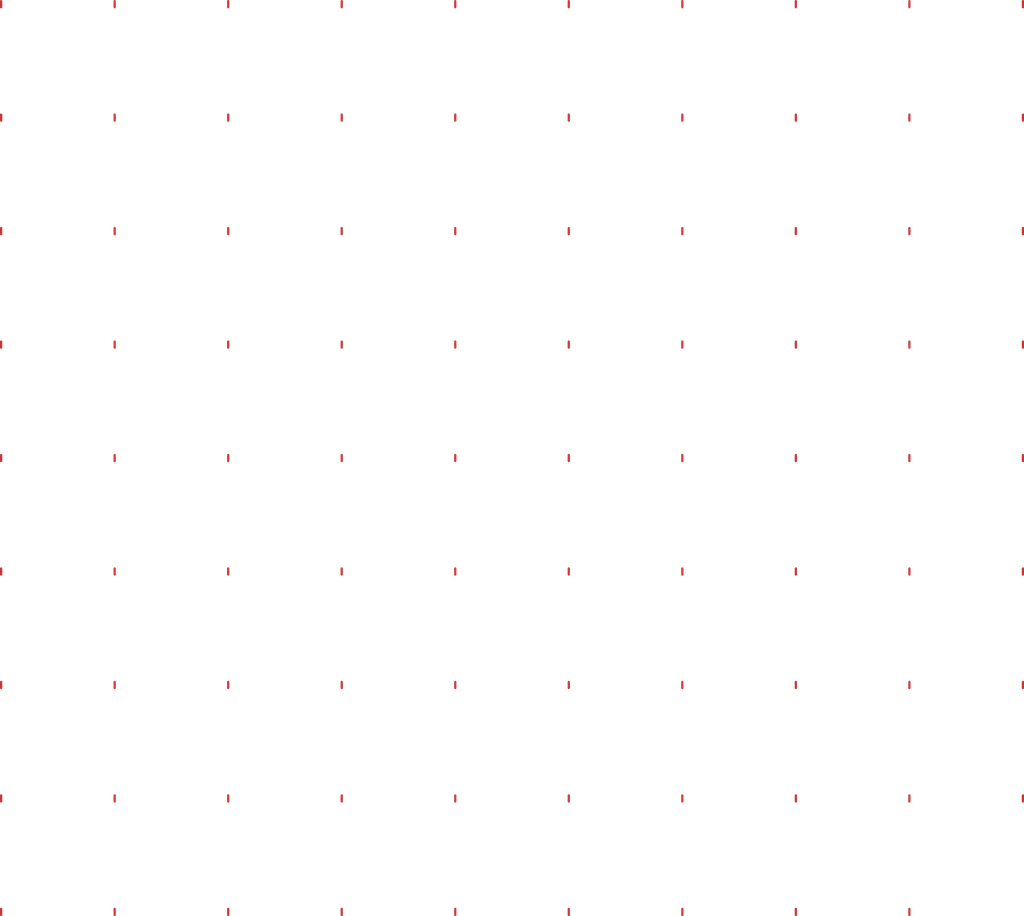
<source format=kicad_pcb>
  (kicad_pcb (version 4) (host pcbnew "(2014-07-21 BZR 5016)-product")

  (general
    (links 0)
    (no_connects 0)
    (area 0 0 0 0)
    (thickness 1.6)
    (drawings 1)
    (tracks 0)
    (zones 0)
    (modules 42)
    (nets 2)
  )

  (page A4)
  (layers
    (0 F.Cu signal)
	(1 In1.Cu signal)
    (2 In2.Cu power)
    (3 In3.Cu power)
    (4 In4.Cu signal)
    (5 In5.Cu signal)
    (6 In6.Cu signal)
    (7 In7.Cu signal)
    (8 In8.Cu signal)
    (31 B.Cu signal)
    (32 B.Adhes user)
    (33 F.Adhes user)
    (34 B.Paste user)
    (35 F.Paste user)
    (36 B.SilkS user)
    (37 F.SilkS user)
    (38 B.Mask user)
    (39 F.Mask user)
    (40 Dwgs.User user)
    (41 Cmts.User user)
    (42 Eco1.User user)
    (43 Eco2.User user)
    (44 Edge.Cuts user)
    (45 Margin user)
    (46 B.CrtYd user)
    (47 F.CrtYd user)
    (48 B.Fab user)
    (49 F.Fab user)

  )

  (setup
    (last_trace_width 0.254)
    (trace_clearance 0.127)
    (zone_clearance 0.0144)
    (zone_45_only no)
    (trace_min 0.254)
    (segment_width 0.2)
    (edge_width 0.1)
    (via_size 0.889)
    (via_drill 0.635)
    (via_min_size 0.889)
    (via_min_drill 0.508)
    (uvia_size 0.508)
    (uvia_drill 0.127)
    (uvias_allowed no)
    (uvia_min_size 0.508)
    (uvia_min_drill 0.127)
    (pcb_text_width 0.3)
    (pcb_text_size 1.5 1.5)
    (mod_edge_width 0.15)
    (mod_text_size 1 1)
    (mod_text_width 0.15)
    (pad_size 1.5 1.5)
    (pad_drill 0.6)
    (pad_to_mask_clearance 0)
    (aux_axis_origin 0 0)
    (visible_elements 7FFFF77F)
    (pcbplotparams
      (layerselection 262143)
      (usegerberextensions false)
      (excludeedgelayer true)
      (linewidth 0.100000)
      (plotframeref false)
      (viasonmask false)
      (mode 1)
      (useauxorigin false)
      (hpglpennumber 1)
      (hpglpenspeed 20)
      (hpglpendiameter 15)
      (hpglpenoverlay 2)
      (psnegative false)
      (psa4output false)
      (plotreference true)
      (plotvalue true)
      (plotinvisibletext false)
      (padsonsilk false)
      (subtractmaskfromsilk false)
      (outputformat 1)
      (mirror false)
      (drillshape 0)
      (scaleselection 1)
      (outputdirectory "GerberOutput/"))
  )

  (net 0 "")
  (net 1 "Net1")
  
  (net_class Default "This is the default net class."
    (clearance 0.254)
    (trace_width 0.254)
    (via_dia 0.889)
    (via_drill 0.635)
    (uvia_dia 0.508)
    (uvia_drill 0.127)
	(add_net Net1)
  )
  (module A0 (layer F.Cu) (tedit 4289BEAB) (tstamp 539EEDBF)
    (at 30 30)
    (path /539EEC0F)
    (attr smd)
	(model "./wrlshp/02BFF197-BA6F.wrl"
      (at (xyz 0 0 0))
      (scale (xyz 1 1 1))
      (rotate (xyz 0 0 0))
    )
    (pad "1" smd oval (at 0.0 0.0) (size 0.60000 2.20000) 
      (layers F.Cu F.Mask F.Paste)
    )
  )
  (module A1 (layer F.Cu) (tedit 4289BEAB) (tstamp 539EEDBF)
    (at 60 30)
    (path /539EEC0F)
    (attr smd)
	(model "./wrlshp/03E886D4-00F2.wrl"
      (at (xyz 0 0 0))
      (scale (xyz 1 1 1))
      (rotate (xyz 0 0 0))
    )
    (pad "1" smd oval (at 0.0 0.0) (size 0.60000 2.20000) 
      (layers F.Cu F.Mask F.Paste)
    )
  )
  (module A2 (layer F.Cu) (tedit 4289BEAB) (tstamp 539EEDBF)
    (at 90 30)
    (path /539EEC0F)
    (attr smd)
	(model "./wrlshp/0657A7B0-10D9.wrl"
      (at (xyz 0 0 0))
      (scale (xyz 1 1 1))
      (rotate (xyz 0 0 0))
    )
    (pad "1" smd oval (at 0.0 0.0) (size 0.60000 2.20000) 
      (layers F.Cu F.Mask F.Paste)
    )
  )
  (module A3 (layer F.Cu) (tedit 4289BEAB) (tstamp 539EEDBF)
    (at 120 30)
    (path /539EEC0F)
    (attr smd)
	(model "./wrlshp/0A6E3EFE-46DF.wrl"
      (at (xyz 0 0 0))
      (scale (xyz 1 1 1))
      (rotate (xyz 0 0 0))
    )
    (pad "1" smd oval (at 0.0 0.0) (size 0.60000 2.20000) 
      (layers F.Cu F.Mask F.Paste)
    )
  )
  (module A4 (layer F.Cu) (tedit 4289BEAB) (tstamp 539EEDBF)
    (at 150 30)
    (path /539EEC0F)
    (attr smd)
	(model "./wrlshp/0E9242D9-E61D.wrl"
      (at (xyz 0 0 0))
      (scale (xyz 1 1 1))
      (rotate (xyz 0 0 0))
    )
    (pad "1" smd oval (at 0.0 0.0) (size 0.60000 2.20000) 
      (layers F.Cu F.Mask F.Paste)
    )
  )
  (module A5 (layer F.Cu) (tedit 4289BEAB) (tstamp 539EEDBF)
    (at 180 30)
    (path /539EEC0F)
    (attr smd)
	(model "./wrlshp/0EB6B8CF-E991.wrl"
      (at (xyz 0 0 0))
      (scale (xyz 1 1 1))
      (rotate (xyz 0 0 0))
    )
    (pad "1" smd oval (at 0.0 0.0) (size 0.60000 2.20000) 
      (layers F.Cu F.Mask F.Paste)
    )
  )
  (module A6 (layer F.Cu) (tedit 4289BEAB) (tstamp 539EEDBF)
    (at 210 30)
    (path /539EEC0F)
    (attr smd)
	(model "./wrlshp/1072DF65-3E2C.wrl"
      (at (xyz 0 0 0))
      (scale (xyz 1 1 1))
      (rotate (xyz 0 0 0))
    )
    (pad "1" smd oval (at 0.0 0.0) (size 0.60000 2.20000) 
      (layers F.Cu F.Mask F.Paste)
    )
  )
  (module A7 (layer F.Cu) (tedit 4289BEAB) (tstamp 539EEDBF)
    (at 240 30)
    (path /539EEC0F)
    (attr smd)
	(model "./wrlshp/1183A727-485E.wrl"
      (at (xyz 0 0 0))
      (scale (xyz 1 1 1))
      (rotate (xyz 0 0 0))
    )
    (pad "1" smd oval (at 0.0 0.0) (size 0.60000 2.20000) 
      (layers F.Cu F.Mask F.Paste)
    )
  )
  (module A8 (layer F.Cu) (tedit 4289BEAB) (tstamp 539EEDBF)
    (at 270 30)
    (path /539EEC0F)
    (attr smd)
	(model "./wrlshp/125A2068-5BE1.wrl"
      (at (xyz 0 0 0))
      (scale (xyz 1 1 1))
      (rotate (xyz 0 0 0))
    )
    (pad "1" smd oval (at 0.0 0.0) (size 0.60000 2.20000) 
      (layers F.Cu F.Mask F.Paste)
    )
  )
  (module A9 (layer F.Cu) (tedit 4289BEAB) (tstamp 539EEDBF)
    (at 300 30)
    (path /539EEC0F)
    (attr smd)
	(model "./wrlshp/12C3B84B-692C.wrl"
      (at (xyz 0 0 0))
      (scale (xyz 1 1 1))
      (rotate (xyz 0 0 0))
    )
    (pad "1" smd oval (at 0.0 0.0) (size 0.60000 2.20000) 
      (layers F.Cu F.Mask F.Paste)
    )
  )
  (module A10 (layer F.Cu) (tedit 4289BEAB) (tstamp 539EEDBF)
    (at 30 60)
    (path /539EEC0F)
    (attr smd)
	(model "./wrlshp/1B96A281-223C.wrl"
      (at (xyz 0 0 0))
      (scale (xyz 1 1 1))
      (rotate (xyz 0 0 0))
    )
    (pad "1" smd oval (at 0.0 0.0) (size 0.60000 2.20000) 
      (layers F.Cu F.Mask F.Paste)
    )
  )
  (module A11 (layer F.Cu) (tedit 4289BEAB) (tstamp 539EEDBF)
    (at 60 60)
    (path /539EEC0F)
    (attr smd)
	(model "./wrlshp/1CE3CC0E-6B91.wrl"
      (at (xyz 0 0 0))
      (scale (xyz 1 1 1))
      (rotate (xyz 0 0 0))
    )
    (pad "1" smd oval (at 0.0 0.0) (size 0.60000 2.20000) 
      (layers F.Cu F.Mask F.Paste)
    )
  )
  (module A12 (layer F.Cu) (tedit 4289BEAB) (tstamp 539EEDBF)
    (at 90 60)
    (path /539EEC0F)
    (attr smd)
	(model "./wrlshp/1FAA3533-4A89.wrl"
      (at (xyz 0 0 0))
      (scale (xyz 1 1 1))
      (rotate (xyz 0 0 0))
    )
    (pad "1" smd oval (at 0.0 0.0) (size 0.60000 2.20000) 
      (layers F.Cu F.Mask F.Paste)
    )
  )
  (module A13 (layer F.Cu) (tedit 4289BEAB) (tstamp 539EEDBF)
    (at 120 60)
    (path /539EEC0F)
    (attr smd)
	(model "./wrlshp/252F2CFF-6D5C.wrl"
      (at (xyz 0 0 0))
      (scale (xyz 1 1 1))
      (rotate (xyz 0 0 0))
    )
    (pad "1" smd oval (at 0.0 0.0) (size 0.60000 2.20000) 
      (layers F.Cu F.Mask F.Paste)
    )
  )
  (module A14 (layer F.Cu) (tedit 4289BEAB) (tstamp 539EEDBF)
    (at 150 60)
    (path /539EEC0F)
    (attr smd)
	(model "./wrlshp/25C8317F-7BE6.wrl"
      (at (xyz 0 0 0))
      (scale (xyz 1 1 1))
      (rotate (xyz 0 0 0))
    )
    (pad "1" smd oval (at 0.0 0.0) (size 0.60000 2.20000) 
      (layers F.Cu F.Mask F.Paste)
    )
  )
  (module A15 (layer F.Cu) (tedit 4289BEAB) (tstamp 539EEDBF)
    (at 180 60)
    (path /539EEC0F)
    (attr smd)
	(model "./wrlshp/28CDB2BA-43A4.wrl"
      (at (xyz 0 0 0))
      (scale (xyz 1 1 1))
      (rotate (xyz 0 0 0))
    )
    (pad "1" smd oval (at 0.0 0.0) (size 0.60000 2.20000) 
      (layers F.Cu F.Mask F.Paste)
    )
  )
  (module A16 (layer F.Cu) (tedit 4289BEAB) (tstamp 539EEDBF)
    (at 210 60)
    (path /539EEC0F)
    (attr smd)
	(model "./wrlshp/29BE7BFA-E2AA.wrl"
      (at (xyz 0 0 0))
      (scale (xyz 1 1 1))
      (rotate (xyz 0 0 0))
    )
    (pad "1" smd oval (at 0.0 0.0) (size 0.60000 2.20000) 
      (layers F.Cu F.Mask F.Paste)
    )
  )
  (module A17 (layer F.Cu) (tedit 4289BEAB) (tstamp 539EEDBF)
    (at 240 60)
    (path /539EEC0F)
    (attr smd)
	(model "./wrlshp/2B6EE839-E1C7.wrl"
      (at (xyz 0 0 0))
      (scale (xyz 1 1 1))
      (rotate (xyz 0 0 0))
    )
    (pad "1" smd oval (at 0.0 0.0) (size 0.60000 2.20000) 
      (layers F.Cu F.Mask F.Paste)
    )
  )
  (module A18 (layer F.Cu) (tedit 4289BEAB) (tstamp 539EEDBF)
    (at 270 60)
    (path /539EEC0F)
    (attr smd)
	(model "./wrlshp/37E49A36-8B08.wrl"
      (at (xyz 0 0 0))
      (scale (xyz 1 1 1))
      (rotate (xyz 0 0 0))
    )
    (pad "1" smd oval (at 0.0 0.0) (size 0.60000 2.20000) 
      (layers F.Cu F.Mask F.Paste)
    )
  )
  (module A19 (layer F.Cu) (tedit 4289BEAB) (tstamp 539EEDBF)
    (at 300 60)
    (path /539EEC0F)
    (attr smd)
	(model "./wrlshp/3F06DCC4-2B64.wrl"
      (at (xyz 0 0 0))
      (scale (xyz 1 1 1))
      (rotate (xyz 0 0 0))
    )
    (pad "1" smd oval (at 0.0 0.0) (size 0.60000 2.20000) 
      (layers F.Cu F.Mask F.Paste)
    )
  )
  (module A20 (layer F.Cu) (tedit 4289BEAB) (tstamp 539EEDBF)
    (at 30 90)
    (path /539EEC0F)
    (attr smd)
	(model "./wrlshp/45C0B516-AB53.wrl"
      (at (xyz 0 0 0))
      (scale (xyz 1 1 1))
      (rotate (xyz 0 0 0))
    )
    (pad "1" smd oval (at 0.0 0.0) (size 0.60000 2.20000) 
      (layers F.Cu F.Mask F.Paste)
    )
  )
  (module A21 (layer F.Cu) (tedit 4289BEAB) (tstamp 539EEDBF)
    (at 60 90)
    (path /539EEC0F)
    (attr smd)
	(model "./wrlshp/468F02B9-C7D0.wrl"
      (at (xyz 0 0 0))
      (scale (xyz 1 1 1))
      (rotate (xyz 0 0 0))
    )
    (pad "1" smd oval (at 0.0 0.0) (size 0.60000 2.20000) 
      (layers F.Cu F.Mask F.Paste)
    )
  )
  (module A22 (layer F.Cu) (tedit 4289BEAB) (tstamp 539EEDBF)
    (at 90 90)
    (path /539EEC0F)
    (attr smd)
	(model "./wrlshp/4B5BCEE2-5C8C.wrl"
      (at (xyz 0 0 0))
      (scale (xyz 1 1 1))
      (rotate (xyz 0 0 0))
    )
    (pad "1" smd oval (at 0.0 0.0) (size 0.60000 2.20000) 
      (layers F.Cu F.Mask F.Paste)
    )
  )
  (module A23 (layer F.Cu) (tedit 4289BEAB) (tstamp 539EEDBF)
    (at 120 90)
    (path /539EEC0F)
    (attr smd)
	(model "./wrlshp/4D1794E4-CD17.wrl"
      (at (xyz 0 0 0))
      (scale (xyz 1 1 1))
      (rotate (xyz 0 0 0))
    )
    (pad "1" smd oval (at 0.0 0.0) (size 0.60000 2.20000) 
      (layers F.Cu F.Mask F.Paste)
    )
  )
  (module A24 (layer F.Cu) (tedit 4289BEAB) (tstamp 539EEDBF)
    (at 150 90)
    (path /539EEC0F)
    (attr smd)
	(model "./wrlshp/4DFE918D-0A9A.wrl"
      (at (xyz 0 0 0))
      (scale (xyz 1 1 1))
      (rotate (xyz 0 0 0))
    )
    (pad "1" smd oval (at 0.0 0.0) (size 0.60000 2.20000) 
      (layers F.Cu F.Mask F.Paste)
    )
  )
  (module A25 (layer F.Cu) (tedit 4289BEAB) (tstamp 539EEDBF)
    (at 180 90)
    (path /539EEC0F)
    (attr smd)
	(model "./wrlshp/54EBC6CE-B83A.wrl"
      (at (xyz 0 0 0))
      (scale (xyz 1 1 1))
      (rotate (xyz 0 0 0))
    )
    (pad "1" smd oval (at 0.0 0.0) (size 0.60000 2.20000) 
      (layers F.Cu F.Mask F.Paste)
    )
  )
  (module A26 (layer F.Cu) (tedit 4289BEAB) (tstamp 539EEDBF)
    (at 210 90)
    (path /539EEC0F)
    (attr smd)
	(model "./wrlshp/55390532-C1FC.wrl"
      (at (xyz 0 0 0))
      (scale (xyz 1 1 1))
      (rotate (xyz 0 0 0))
    )
    (pad "1" smd oval (at 0.0 0.0) (size 0.60000 2.20000) 
      (layers F.Cu F.Mask F.Paste)
    )
  )
  (module A27 (layer F.Cu) (tedit 4289BEAB) (tstamp 539EEDBF)
    (at 240 90)
    (path /539EEC0F)
    (attr smd)
	(model "./wrlshp/56EC2F25-DE44.wrl"
      (at (xyz 0 0 0))
      (scale (xyz 1 1 1))
      (rotate (xyz 0 0 0))
    )
    (pad "1" smd oval (at 0.0 0.0) (size 0.60000 2.20000) 
      (layers F.Cu F.Mask F.Paste)
    )
  )
  (module A28 (layer F.Cu) (tedit 4289BEAB) (tstamp 539EEDBF)
    (at 270 90)
    (path /539EEC0F)
    (attr smd)
	(model "./wrlshp/5AFE7BCB-276A.wrl"
      (at (xyz 0 0 0))
      (scale (xyz 1 1 1))
      (rotate (xyz 0 0 0))
    )
    (pad "1" smd oval (at 0.0 0.0) (size 0.60000 2.20000) 
      (layers F.Cu F.Mask F.Paste)
    )
  )
  (module A29 (layer F.Cu) (tedit 4289BEAB) (tstamp 539EEDBF)
    (at 300 90)
    (path /539EEC0F)
    (attr smd)
	(model "./wrlshp/5D85CD84-6E27.wrl"
      (at (xyz 0 0 0))
      (scale (xyz 1 1 1))
      (rotate (xyz 0 0 0))
    )
    (pad "1" smd oval (at 0.0 0.0) (size 0.60000 2.20000) 
      (layers F.Cu F.Mask F.Paste)
    )
  )
  (module A30 (layer F.Cu) (tedit 4289BEAB) (tstamp 539EEDBF)
    (at 30 120)
    (path /539EEC0F)
    (attr smd)
	(model "./wrlshp/5F33030E-72FA.wrl"
      (at (xyz 0 0 0))
      (scale (xyz 1 1 1))
      (rotate (xyz 0 0 0))
    )
    (pad "1" smd oval (at 0.0 0.0) (size 0.60000 2.20000) 
      (layers F.Cu F.Mask F.Paste)
    )
  )
  (module A31 (layer F.Cu) (tedit 4289BEAB) (tstamp 539EEDBF)
    (at 60 120)
    (path /539EEC0F)
    (attr smd)
	(model "./wrlshp/62E44C69-2131.wrl"
      (at (xyz 0 0 0))
      (scale (xyz 1 1 1))
      (rotate (xyz 0 0 0))
    )
    (pad "1" smd oval (at 0.0 0.0) (size 0.60000 2.20000) 
      (layers F.Cu F.Mask F.Paste)
    )
  )
  (module A32 (layer F.Cu) (tedit 4289BEAB) (tstamp 539EEDBF)
    (at 90 120)
    (path /539EEC0F)
    (attr smd)
	(model "./wrlshp/6675B607-99A3.wrl"
      (at (xyz 0 0 0))
      (scale (xyz 1 1 1))
      (rotate (xyz 0 0 0))
    )
    (pad "1" smd oval (at 0.0 0.0) (size 0.60000 2.20000) 
      (layers F.Cu F.Mask F.Paste)
    )
  )
  (module A33 (layer F.Cu) (tedit 4289BEAB) (tstamp 539EEDBF)
    (at 120 120)
    (path /539EEC0F)
    (attr smd)
	(model "./wrlshp/66E46504-DF8F.wrl"
      (at (xyz 0 0 0))
      (scale (xyz 1 1 1))
      (rotate (xyz 0 0 0))
    )
    (pad "1" smd oval (at 0.0 0.0) (size 0.60000 2.20000) 
      (layers F.Cu F.Mask F.Paste)
    )
  )
  (module A34 (layer F.Cu) (tedit 4289BEAB) (tstamp 539EEDBF)
    (at 150 120)
    (path /539EEC0F)
    (attr smd)
	(model "./wrlshp/6981EC4B-09D8.wrl"
      (at (xyz 0 0 0))
      (scale (xyz 1 1 1))
      (rotate (xyz 0 0 0))
    )
    (pad "1" smd oval (at 0.0 0.0) (size 0.60000 2.20000) 
      (layers F.Cu F.Mask F.Paste)
    )
  )
  (module A35 (layer F.Cu) (tedit 4289BEAB) (tstamp 539EEDBF)
    (at 180 120)
    (path /539EEC0F)
    (attr smd)
	(model "./wrlshp/6B5ADAC8-087F.wrl"
      (at (xyz 0 0 0))
      (scale (xyz 1 1 1))
      (rotate (xyz 0 0 0))
    )
    (pad "1" smd oval (at 0.0 0.0) (size 0.60000 2.20000) 
      (layers F.Cu F.Mask F.Paste)
    )
  )
  (module A36 (layer F.Cu) (tedit 4289BEAB) (tstamp 539EEDBF)
    (at 210 120)
    (path /539EEC0F)
    (attr smd)
	(model "./wrlshp/705EB091-B61C.wrl"
      (at (xyz 0 0 0))
      (scale (xyz 1 1 1))
      (rotate (xyz 0 0 0))
    )
    (pad "1" smd oval (at 0.0 0.0) (size 0.60000 2.20000) 
      (layers F.Cu F.Mask F.Paste)
    )
  )
  (module A37 (layer F.Cu) (tedit 4289BEAB) (tstamp 539EEDBF)
    (at 240 120)
    (path /539EEC0F)
    (attr smd)
	(model "./wrlshp/748E07E1-8002.wrl"
      (at (xyz 0 0 0))
      (scale (xyz 1 1 1))
      (rotate (xyz 0 0 0))
    )
    (pad "1" smd oval (at 0.0 0.0) (size 0.60000 2.20000) 
      (layers F.Cu F.Mask F.Paste)
    )
  )
  (module A38 (layer F.Cu) (tedit 4289BEAB) (tstamp 539EEDBF)
    (at 270 120)
    (path /539EEC0F)
    (attr smd)
	(model "./wrlshp/74F19DEB-C1AC.wrl"
      (at (xyz 0 0 0))
      (scale (xyz 1 1 1))
      (rotate (xyz 0 0 0))
    )
    (pad "1" smd oval (at 0.0 0.0) (size 0.60000 2.20000) 
      (layers F.Cu F.Mask F.Paste)
    )
  )
  (module A39 (layer F.Cu) (tedit 4289BEAB) (tstamp 539EEDBF)
    (at 300 120)
    (path /539EEC0F)
    (attr smd)
	(model "./wrlshp/753F1074-EE45.wrl"
      (at (xyz 0 0 0))
      (scale (xyz 1 1 1))
      (rotate (xyz 0 0 0))
    )
    (pad "1" smd oval (at 0.0 0.0) (size 0.60000 2.20000) 
      (layers F.Cu F.Mask F.Paste)
    )
  )
  (module A40 (layer F.Cu) (tedit 4289BEAB) (tstamp 539EEDBF)
    (at 30 150)
    (path /539EEC0F)
    (attr smd)
	(model "./wrlshp/78D74991-1C46.wrl"
      (at (xyz 0 0 0))
      (scale (xyz 1 1 1))
      (rotate (xyz 0 0 0))
    )
    (pad "1" smd oval (at 0.0 0.0) (size 0.60000 2.20000) 
      (layers F.Cu F.Mask F.Paste)
    )
  )
  (module A41 (layer F.Cu) (tedit 4289BEAB) (tstamp 539EEDBF)
    (at 60 150)
    (path /539EEC0F)
    (attr smd)
	(model "./wrlshp/7CE0E9AD-C5C3.wrl"
      (at (xyz 0 0 0))
      (scale (xyz 1 1 1))
      (rotate (xyz 0 0 0))
    )
    (pad "1" smd oval (at 0.0 0.0) (size 0.60000 2.20000) 
      (layers F.Cu F.Mask F.Paste)
    )
  )
  (module A42 (layer F.Cu) (tedit 4289BEAB) (tstamp 539EEDBF)
    (at 90 150)
    (path /539EEC0F)
    (attr smd)
	(model "./wrlshp/81F726CE-EEE3.wrl"
      (at (xyz 0 0 0))
      (scale (xyz 1 1 1))
      (rotate (xyz 0 0 0))
    )
    (pad "1" smd oval (at 0.0 0.0) (size 0.60000 2.20000) 
      (layers F.Cu F.Mask F.Paste)
    )
  )
  (module A43 (layer F.Cu) (tedit 4289BEAB) (tstamp 539EEDBF)
    (at 120 150)
    (path /539EEC0F)
    (attr smd)
	(model "./wrlshp/82137486-C2F3.wrl"
      (at (xyz 0 0 0))
      (scale (xyz 1 1 1))
      (rotate (xyz 0 0 0))
    )
    (pad "1" smd oval (at 0.0 0.0) (size 0.60000 2.20000) 
      (layers F.Cu F.Mask F.Paste)
    )
  )
  (module A44 (layer F.Cu) (tedit 4289BEAB) (tstamp 539EEDBF)
    (at 150 150)
    (path /539EEC0F)
    (attr smd)
	(model "./wrlshp/83EB2363-C7A7.wrl"
      (at (xyz 0 0 0))
      (scale (xyz 1 1 1))
      (rotate (xyz 0 0 0))
    )
    (pad "1" smd oval (at 0.0 0.0) (size 0.60000 2.20000) 
      (layers F.Cu F.Mask F.Paste)
    )
  )
  (module A45 (layer F.Cu) (tedit 4289BEAB) (tstamp 539EEDBF)
    (at 180 150)
    (path /539EEC0F)
    (attr smd)
	(model "./wrlshp/845C049B-CF56.wrl"
      (at (xyz 0 0 0))
      (scale (xyz 1 1 1))
      (rotate (xyz 0 0 0))
    )
    (pad "1" smd oval (at 0.0 0.0) (size 0.60000 2.20000) 
      (layers F.Cu F.Mask F.Paste)
    )
  )
  (module A46 (layer F.Cu) (tedit 4289BEAB) (tstamp 539EEDBF)
    (at 210 150)
    (path /539EEC0F)
    (attr smd)
	(model "./wrlshp/88A1C308-2AB9.wrl"
      (at (xyz 0 0 0))
      (scale (xyz 1 1 1))
      (rotate (xyz 0 0 0))
    )
    (pad "1" smd oval (at 0.0 0.0) (size 0.60000 2.20000) 
      (layers F.Cu F.Mask F.Paste)
    )
  )
  (module A47 (layer F.Cu) (tedit 4289BEAB) (tstamp 539EEDBF)
    (at 240 150)
    (path /539EEC0F)
    (attr smd)
	(model "./wrlshp/8AA61D87-219F.wrl"
      (at (xyz 0 0 0))
      (scale (xyz 1 1 1))
      (rotate (xyz 0 0 0))
    )
    (pad "1" smd oval (at 0.0 0.0) (size 0.60000 2.20000) 
      (layers F.Cu F.Mask F.Paste)
    )
  )
  (module A48 (layer F.Cu) (tedit 4289BEAB) (tstamp 539EEDBF)
    (at 270 150)
    (path /539EEC0F)
    (attr smd)
	(model "./wrlshp/8D2F0020-F9E0.wrl"
      (at (xyz 0 0 0))
      (scale (xyz 1 1 1))
      (rotate (xyz 0 0 0))
    )
    (pad "1" smd oval (at 0.0 0.0) (size 0.60000 2.20000) 
      (layers F.Cu F.Mask F.Paste)
    )
  )
  (module A49 (layer F.Cu) (tedit 4289BEAB) (tstamp 539EEDBF)
    (at 300 150)
    (path /539EEC0F)
    (attr smd)
	(model "./wrlshp/8D9775F1-3038.wrl"
      (at (xyz 0 0 0))
      (scale (xyz 1 1 1))
      (rotate (xyz 0 0 0))
    )
    (pad "1" smd oval (at 0.0 0.0) (size 0.60000 2.20000) 
      (layers F.Cu F.Mask F.Paste)
    )
  )
  (module A50 (layer F.Cu) (tedit 4289BEAB) (tstamp 539EEDBF)
    (at 30 180)
    (path /539EEC0F)
    (attr smd)
	(model "./wrlshp/98A33C45-A6CA.wrl"
      (at (xyz 0 0 0))
      (scale (xyz 1 1 1))
      (rotate (xyz 0 0 0))
    )
    (pad "1" smd oval (at 0.0 0.0) (size 0.60000 2.20000) 
      (layers F.Cu F.Mask F.Paste)
    )
  )
  (module A51 (layer F.Cu) (tedit 4289BEAB) (tstamp 539EEDBF)
    (at 60 180)
    (path /539EEC0F)
    (attr smd)
	(model "./wrlshp/99A6609D-42DA.wrl"
      (at (xyz 0 0 0))
      (scale (xyz 1 1 1))
      (rotate (xyz 0 0 0))
    )
    (pad "1" smd oval (at 0.0 0.0) (size 0.60000 2.20000) 
      (layers F.Cu F.Mask F.Paste)
    )
  )
  (module A52 (layer F.Cu) (tedit 4289BEAB) (tstamp 539EEDBF)
    (at 90 180)
    (path /539EEC0F)
    (attr smd)
	(model "./wrlshp/9B8655AF-0416.wrl"
      (at (xyz 0 0 0))
      (scale (xyz 1 1 1))
      (rotate (xyz 0 0 0))
    )
    (pad "1" smd oval (at 0.0 0.0) (size 0.60000 2.20000) 
      (layers F.Cu F.Mask F.Paste)
    )
  )
  (module A53 (layer F.Cu) (tedit 4289BEAB) (tstamp 539EEDBF)
    (at 120 180)
    (path /539EEC0F)
    (attr smd)
	(model "./wrlshp/A42B80BD-0BBF.wrl"
      (at (xyz 0 0 0))
      (scale (xyz 1 1 1))
      (rotate (xyz 0 0 0))
    )
    (pad "1" smd oval (at 0.0 0.0) (size 0.60000 2.20000) 
      (layers F.Cu F.Mask F.Paste)
    )
  )
  (module A54 (layer F.Cu) (tedit 4289BEAB) (tstamp 539EEDBF)
    (at 150 180)
    (path /539EEC0F)
    (attr smd)
	(model "./wrlshp/A5912AB7-BC01.wrl"
      (at (xyz 0 0 0))
      (scale (xyz 1 1 1))
      (rotate (xyz 0 0 0))
    )
    (pad "1" smd oval (at 0.0 0.0) (size 0.60000 2.20000) 
      (layers F.Cu F.Mask F.Paste)
    )
  )
  (module A55 (layer F.Cu) (tedit 4289BEAB) (tstamp 539EEDBF)
    (at 180 180)
    (path /539EEC0F)
    (attr smd)
	(model "./wrlshp/A6258411-03FE.wrl"
      (at (xyz 0 0 0))
      (scale (xyz 1 1 1))
      (rotate (xyz 0 0 0))
    )
    (pad "1" smd oval (at 0.0 0.0) (size 0.60000 2.20000) 
      (layers F.Cu F.Mask F.Paste)
    )
  )
  (module A56 (layer F.Cu) (tedit 4289BEAB) (tstamp 539EEDBF)
    (at 210 180)
    (path /539EEC0F)
    (attr smd)
	(model "./wrlshp/A9962958-2A1D.wrl"
      (at (xyz 0 0 0))
      (scale (xyz 1 1 1))
      (rotate (xyz 0 0 0))
    )
    (pad "1" smd oval (at 0.0 0.0) (size 0.60000 2.20000) 
      (layers F.Cu F.Mask F.Paste)
    )
  )
  (module A57 (layer F.Cu) (tedit 4289BEAB) (tstamp 539EEDBF)
    (at 240 180)
    (path /539EEC0F)
    (attr smd)
	(model "./wrlshp/A9DB0E00-36D2.wrl"
      (at (xyz 0 0 0))
      (scale (xyz 1 1 1))
      (rotate (xyz 0 0 0))
    )
    (pad "1" smd oval (at 0.0 0.0) (size 0.60000 2.20000) 
      (layers F.Cu F.Mask F.Paste)
    )
  )
  (module A58 (layer F.Cu) (tedit 4289BEAB) (tstamp 539EEDBF)
    (at 270 180)
    (path /539EEC0F)
    (attr smd)
	(model "./wrlshp/AA411C26-2995.wrl"
      (at (xyz 0 0 0))
      (scale (xyz 1 1 1))
      (rotate (xyz 0 0 0))
    )
    (pad "1" smd oval (at 0.0 0.0) (size 0.60000 2.20000) 
      (layers F.Cu F.Mask F.Paste)
    )
  )
  (module A59 (layer F.Cu) (tedit 4289BEAB) (tstamp 539EEDBF)
    (at 300 180)
    (path /539EEC0F)
    (attr smd)
	(model "./wrlshp/B364782C-EDAF.wrl"
      (at (xyz 0 0 0))
      (scale (xyz 1 1 1))
      (rotate (xyz 0 0 0))
    )
    (pad "1" smd oval (at 0.0 0.0) (size 0.60000 2.20000) 
      (layers F.Cu F.Mask F.Paste)
    )
  )
  (module A60 (layer F.Cu) (tedit 4289BEAB) (tstamp 539EEDBF)
    (at 30 210)
    (path /539EEC0F)
    (attr smd)
	(model "./wrlshp/B3F6FD8F-4864.wrl"
      (at (xyz 0 0 0))
      (scale (xyz 1 1 1))
      (rotate (xyz 0 0 0))
    )
    (pad "1" smd oval (at 0.0 0.0) (size 0.60000 2.20000) 
      (layers F.Cu F.Mask F.Paste)
    )
  )
  (module A61 (layer F.Cu) (tedit 4289BEAB) (tstamp 539EEDBF)
    (at 60 210)
    (path /539EEC0F)
    (attr smd)
	(model "./wrlshp/B57C6F0B-96AA.wrl"
      (at (xyz 0 0 0))
      (scale (xyz 1 1 1))
      (rotate (xyz 0 0 0))
    )
    (pad "1" smd oval (at 0.0 0.0) (size 0.60000 2.20000) 
      (layers F.Cu F.Mask F.Paste)
    )
  )
  (module A62 (layer F.Cu) (tedit 4289BEAB) (tstamp 539EEDBF)
    (at 90 210)
    (path /539EEC0F)
    (attr smd)
	(model "./wrlshp/B5FD77D7-18A9.wrl"
      (at (xyz 0 0 0))
      (scale (xyz 1 1 1))
      (rotate (xyz 0 0 0))
    )
    (pad "1" smd oval (at 0.0 0.0) (size 0.60000 2.20000) 
      (layers F.Cu F.Mask F.Paste)
    )
  )
  (module A63 (layer F.Cu) (tedit 4289BEAB) (tstamp 539EEDBF)
    (at 120 210)
    (path /539EEC0F)
    (attr smd)
	(model "./wrlshp/B869A499-394A.wrl"
      (at (xyz 0 0 0))
      (scale (xyz 1 1 1))
      (rotate (xyz 0 0 0))
    )
    (pad "1" smd oval (at 0.0 0.0) (size 0.60000 2.20000) 
      (layers F.Cu F.Mask F.Paste)
    )
  )
  (module A64 (layer F.Cu) (tedit 4289BEAB) (tstamp 539EEDBF)
    (at 150 210)
    (path /539EEC0F)
    (attr smd)
	(model "./wrlshp/BDB68A64-7899.wrl"
      (at (xyz 0 0 0))
      (scale (xyz 1 1 1))
      (rotate (xyz 0 0 0))
    )
    (pad "1" smd oval (at 0.0 0.0) (size 0.60000 2.20000) 
      (layers F.Cu F.Mask F.Paste)
    )
  )
  (module A65 (layer F.Cu) (tedit 4289BEAB) (tstamp 539EEDBF)
    (at 180 210)
    (path /539EEC0F)
    (attr smd)
	(model "./wrlshp/C06019B8-267B.wrl"
      (at (xyz 0 0 0))
      (scale (xyz 1 1 1))
      (rotate (xyz 0 0 0))
    )
    (pad "1" smd oval (at 0.0 0.0) (size 0.60000 2.20000) 
      (layers F.Cu F.Mask F.Paste)
    )
  )
  (module A66 (layer F.Cu) (tedit 4289BEAB) (tstamp 539EEDBF)
    (at 210 210)
    (path /539EEC0F)
    (attr smd)
	(model "./wrlshp/C378ACB1-E09B.wrl"
      (at (xyz 0 0 0))
      (scale (xyz 1 1 1))
      (rotate (xyz 0 0 0))
    )
    (pad "1" smd oval (at 0.0 0.0) (size 0.60000 2.20000) 
      (layers F.Cu F.Mask F.Paste)
    )
  )
  (module A67 (layer F.Cu) (tedit 4289BEAB) (tstamp 539EEDBF)
    (at 240 210)
    (path /539EEC0F)
    (attr smd)
	(model "./wrlshp/C53F469C-88CD.wrl"
      (at (xyz 0 0 0))
      (scale (xyz 1 1 1))
      (rotate (xyz 0 0 0))
    )
    (pad "1" smd oval (at 0.0 0.0) (size 0.60000 2.20000) 
      (layers F.Cu F.Mask F.Paste)
    )
  )
  (module A68 (layer F.Cu) (tedit 4289BEAB) (tstamp 539EEDBF)
    (at 270 210)
    (path /539EEC0F)
    (attr smd)
	(model "./wrlshp/C82DD425-3D11.wrl"
      (at (xyz 0 0 0))
      (scale (xyz 1 1 1))
      (rotate (xyz 0 0 0))
    )
    (pad "1" smd oval (at 0.0 0.0) (size 0.60000 2.20000) 
      (layers F.Cu F.Mask F.Paste)
    )
  )
  (module A69 (layer F.Cu) (tedit 4289BEAB) (tstamp 539EEDBF)
    (at 300 210)
    (path /539EEC0F)
    (attr smd)
	(model "./wrlshp/CB2C711A-CAA6.wrl"
      (at (xyz 0 0 0))
      (scale (xyz 1 1 1))
      (rotate (xyz 0 0 0))
    )
    (pad "1" smd oval (at 0.0 0.0) (size 0.60000 2.20000) 
      (layers F.Cu F.Mask F.Paste)
    )
  )
  (module A70 (layer F.Cu) (tedit 4289BEAB) (tstamp 539EEDBF)
    (at 30 240)
    (path /539EEC0F)
    (attr smd)
	(model "./wrlshp/CB73C927-6BB4.wrl"
      (at (xyz 0 0 0))
      (scale (xyz 1 1 1))
      (rotate (xyz 0 0 0))
    )
    (pad "1" smd oval (at 0.0 0.0) (size 0.60000 2.20000) 
      (layers F.Cu F.Mask F.Paste)
    )
  )
  (module A71 (layer F.Cu) (tedit 4289BEAB) (tstamp 539EEDBF)
    (at 60 240)
    (path /539EEC0F)
    (attr smd)
	(model "./wrlshp/CCD06473-66C4.wrl"
      (at (xyz 0 0 0))
      (scale (xyz 1 1 1))
      (rotate (xyz 0 0 0))
    )
    (pad "1" smd oval (at 0.0 0.0) (size 0.60000 2.20000) 
      (layers F.Cu F.Mask F.Paste)
    )
  )
  (module A72 (layer F.Cu) (tedit 4289BEAB) (tstamp 539EEDBF)
    (at 90 240)
    (path /539EEC0F)
    (attr smd)
	(model "./wrlshp/CD77F73C-3A9C.wrl"
      (at (xyz 0 0 0))
      (scale (xyz 1 1 1))
      (rotate (xyz 0 0 0))
    )
    (pad "1" smd oval (at 0.0 0.0) (size 0.60000 2.20000) 
      (layers F.Cu F.Mask F.Paste)
    )
  )
  (module A73 (layer F.Cu) (tedit 4289BEAB) (tstamp 539EEDBF)
    (at 120 240)
    (path /539EEC0F)
    (attr smd)
	(model "./wrlshp/CFB8A890-7C8F.wrl"
      (at (xyz 0 0 0))
      (scale (xyz 1 1 1))
      (rotate (xyz 0 0 0))
    )
    (pad "1" smd oval (at 0.0 0.0) (size 0.60000 2.20000) 
      (layers F.Cu F.Mask F.Paste)
    )
  )
  (module A74 (layer F.Cu) (tedit 4289BEAB) (tstamp 539EEDBF)
    (at 150 240)
    (path /539EEC0F)
    (attr smd)
	(model "./wrlshp/CFD8071B-7000.wrl"
      (at (xyz 0 0 0))
      (scale (xyz 1 1 1))
      (rotate (xyz 0 0 0))
    )
    (pad "1" smd oval (at 0.0 0.0) (size 0.60000 2.20000) 
      (layers F.Cu F.Mask F.Paste)
    )
  )
  (module A75 (layer F.Cu) (tedit 4289BEAB) (tstamp 539EEDBF)
    (at 180 240)
    (path /539EEC0F)
    (attr smd)
	(model "./wrlshp/D28BB068-5043.wrl"
      (at (xyz 0 0 0))
      (scale (xyz 1 1 1))
      (rotate (xyz 0 0 0))
    )
    (pad "1" smd oval (at 0.0 0.0) (size 0.60000 2.20000) 
      (layers F.Cu F.Mask F.Paste)
    )
  )
  (module A76 (layer F.Cu) (tedit 4289BEAB) (tstamp 539EEDBF)
    (at 210 240)
    (path /539EEC0F)
    (attr smd)
	(model "./wrlshp/D8EA0A20-28EF.wrl"
      (at (xyz 0 0 0))
      (scale (xyz 1 1 1))
      (rotate (xyz 0 0 0))
    )
    (pad "1" smd oval (at 0.0 0.0) (size 0.60000 2.20000) 
      (layers F.Cu F.Mask F.Paste)
    )
  )
  (module A77 (layer F.Cu) (tedit 4289BEAB) (tstamp 539EEDBF)
    (at 240 240)
    (path /539EEC0F)
    (attr smd)
	(model "./wrlshp/D9FDDDB6-08AA.wrl"
      (at (xyz 0 0 0))
      (scale (xyz 1 1 1))
      (rotate (xyz 0 0 0))
    )
    (pad "1" smd oval (at 0.0 0.0) (size 0.60000 2.20000) 
      (layers F.Cu F.Mask F.Paste)
    )
  )
  (module A78 (layer F.Cu) (tedit 4289BEAB) (tstamp 539EEDBF)
    (at 270 240)
    (path /539EEC0F)
    (attr smd)
	(model "./wrlshp/DD5AED44-D2A2.wrl"
      (at (xyz 0 0 0))
      (scale (xyz 1 1 1))
      (rotate (xyz 0 0 0))
    )
    (pad "1" smd oval (at 0.0 0.0) (size 0.60000 2.20000) 
      (layers F.Cu F.Mask F.Paste)
    )
  )
  (module A79 (layer F.Cu) (tedit 4289BEAB) (tstamp 539EEDBF)
    (at 300 240)
    (path /539EEC0F)
    (attr smd)
	(model "./wrlshp/E0FC67BB-9492.wrl"
      (at (xyz 0 0 0))
      (scale (xyz 1 1 1))
      (rotate (xyz 0 0 0))
    )
    (pad "1" smd oval (at 0.0 0.0) (size 0.60000 2.20000) 
      (layers F.Cu F.Mask F.Paste)
    )
  )
  (module A80 (layer F.Cu) (tedit 4289BEAB) (tstamp 539EEDBF)
    (at 30 270)
    (path /539EEC0F)
    (attr smd)
	(model "./wrlshp/E1994986-E55D.wrl"
      (at (xyz 0 0 0))
      (scale (xyz 1 1 1))
      (rotate (xyz 0 0 0))
    )
    (pad "1" smd oval (at 0.0 0.0) (size 0.60000 2.20000) 
      (layers F.Cu F.Mask F.Paste)
    )
  )
  (module A81 (layer F.Cu) (tedit 4289BEAB) (tstamp 539EEDBF)
    (at 60 270)
    (path /539EEC0F)
    (attr smd)
	(model "./wrlshp/EB8DCAA5-96D8.wrl"
      (at (xyz 0 0 0))
      (scale (xyz 1 1 1))
      (rotate (xyz 0 0 0))
    )
    (pad "1" smd oval (at 0.0 0.0) (size 0.60000 2.20000) 
      (layers F.Cu F.Mask F.Paste)
    )
  )
  (module A82 (layer F.Cu) (tedit 4289BEAB) (tstamp 539EEDBF)
    (at 90 270)
    (path /539EEC0F)
    (attr smd)
	(model "./wrlshp/EF017450-EE6C.wrl"
      (at (xyz 0 0 0))
      (scale (xyz 1 1 1))
      (rotate (xyz 0 0 0))
    )
    (pad "1" smd oval (at 0.0 0.0) (size 0.60000 2.20000) 
      (layers F.Cu F.Mask F.Paste)
    )
  )
  (module A83 (layer F.Cu) (tedit 4289BEAB) (tstamp 539EEDBF)
    (at 120 270)
    (path /539EEC0F)
    (attr smd)
	(model "./wrlshp/EF8E1F8B-C43D.wrl"
      (at (xyz 0 0 0))
      (scale (xyz 1 1 1))
      (rotate (xyz 0 0 0))
    )
    (pad "1" smd oval (at 0.0 0.0) (size 0.60000 2.20000) 
      (layers F.Cu F.Mask F.Paste)
    )
  )
  (module A84 (layer F.Cu) (tedit 4289BEAB) (tstamp 539EEDBF)
    (at 150 270)
    (path /539EEC0F)
    (attr smd)
	(model "./wrlshp/F022E24B-2E30.wrl"
      (at (xyz 0 0 0))
      (scale (xyz 1 1 1))
      (rotate (xyz 0 0 0))
    )
    (pad "1" smd oval (at 0.0 0.0) (size 0.60000 2.20000) 
      (layers F.Cu F.Mask F.Paste)
    )
  )
  (module A85 (layer F.Cu) (tedit 4289BEAB) (tstamp 539EEDBF)
    (at 180 270)
    (path /539EEC0F)
    (attr smd)
	(model "./wrlshp/F2A23947-F374.wrl"
      (at (xyz 0 0 0))
      (scale (xyz 1 1 1))
      (rotate (xyz 0 0 0))
    )
    (pad "1" smd oval (at 0.0 0.0) (size 0.60000 2.20000) 
      (layers F.Cu F.Mask F.Paste)
    )
  )
  (module A86 (layer F.Cu) (tedit 4289BEAB) (tstamp 539EEDBF)
    (at 210 270)
    (path /539EEC0F)
    (attr smd)
	(model "./wrlshp/F5079F90-5206.wrl"
      (at (xyz 0 0 0))
      (scale (xyz 1 1 1))
      (rotate (xyz 0 0 0))
    )
    (pad "1" smd oval (at 0.0 0.0) (size 0.60000 2.20000) 
      (layers F.Cu F.Mask F.Paste)
    )
  )
  (module A87 (layer F.Cu) (tedit 4289BEAB) (tstamp 539EEDBF)
    (at 240 270)
    (path /539EEC0F)
    (attr smd)
	(model "./wrlshp/F606C9CB-97C7.wrl"
      (at (xyz 0 0 0))
      (scale (xyz 1 1 1))
      (rotate (xyz 0 0 0))
    )
    (pad "1" smd oval (at 0.0 0.0) (size 0.60000 2.20000) 
      (layers F.Cu F.Mask F.Paste)
    )
  )
  (module A88 (layer F.Cu) (tedit 4289BEAB) (tstamp 539EEDBF)
    (at 270 270)
    (path /539EEC0F)
    (attr smd)
	(model "./wrlshp/FAC36C01-1277.wrl"
      (at (xyz 0 0 0))
      (scale (xyz 1 1 1))
      (rotate (xyz 0 0 0))
    )
    (pad "1" smd oval (at 0.0 0.0) (size 0.60000 2.20000) 
      (layers F.Cu F.Mask F.Paste)
    )
  )
)

</source>
